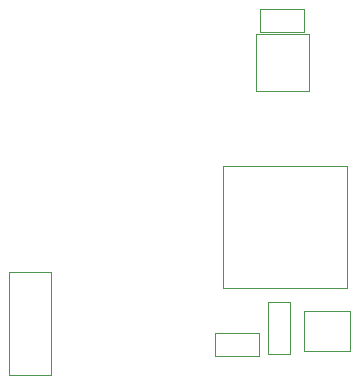
<source format=gbr>
G04 #@! TF.GenerationSoftware,KiCad,Pcbnew,8.0.1*
G04 #@! TF.CreationDate,2024-07-15T10:08:49+02:00*
G04 #@! TF.ProjectId,RGB 2x2 with WS2811,52474220-3278-4322-9077-697468205753,rev?*
G04 #@! TF.SameCoordinates,Original*
G04 #@! TF.FileFunction,Other,User*
%FSLAX46Y46*%
G04 Gerber Fmt 4.6, Leading zero omitted, Abs format (unit mm)*
G04 Created by KiCad (PCBNEW 8.0.1) date 2024-07-15 10:08:49*
%MOMM*%
%LPD*%
G01*
G04 APERTURE LIST*
%ADD10C,0.050000*%
G04 APERTURE END LIST*
D10*
G04 #@! TO.C,PMOS*
X148195268Y-68949491D02*
X148195268Y-72349493D01*
X148195268Y-72349493D02*
X152035268Y-72349493D01*
X152035268Y-68949491D02*
X148195268Y-68949491D01*
X152035268Y-72349493D02*
X152035268Y-68949491D01*
G04 #@! TO.C,R11*
X144455268Y-43358491D02*
X148155268Y-43358491D01*
X144455268Y-45258491D02*
X144455268Y-43358491D01*
X148155268Y-43358491D02*
X148155268Y-45258491D01*
X148155268Y-45258491D02*
X144455268Y-45258491D01*
G04 #@! TO.C,R9*
X140645268Y-70790490D02*
X144345268Y-70790490D01*
X140645268Y-72690490D02*
X140645268Y-70790490D01*
X144345268Y-70790490D02*
X144345268Y-72690490D01*
X144345268Y-72690490D02*
X140645268Y-72690490D01*
G04 #@! TO.C,SW2*
X141319269Y-56674491D02*
X141319269Y-66974491D01*
X141319269Y-66974491D02*
X151769269Y-66974491D01*
X151769269Y-56674491D02*
X141319269Y-56674491D01*
X151769269Y-66974491D02*
X151769269Y-56674491D01*
G04 #@! TO.C,D2*
X145101268Y-68175492D02*
X147001268Y-68175492D01*
X145101268Y-72565492D02*
X145101268Y-68175492D01*
X147001268Y-68175492D02*
X147001268Y-72565492D01*
X147001268Y-72565492D02*
X145101268Y-72565492D01*
G04 #@! TO.C,D1*
X144055268Y-45439491D02*
X144055268Y-50289491D01*
X144055268Y-50289491D02*
X148555268Y-50289491D01*
X148555268Y-45439491D02*
X144055268Y-45439491D01*
X148555268Y-50289491D02*
X148555268Y-45439491D01*
G04 #@! TO.C,J5*
X123169268Y-65652491D02*
X126719267Y-65652491D01*
X123169268Y-74302491D02*
X123169268Y-65652491D01*
X126719267Y-65652491D02*
X126719268Y-74302491D01*
X126719268Y-74302491D02*
X123169268Y-74302491D01*
G04 #@! TD*
M02*

</source>
